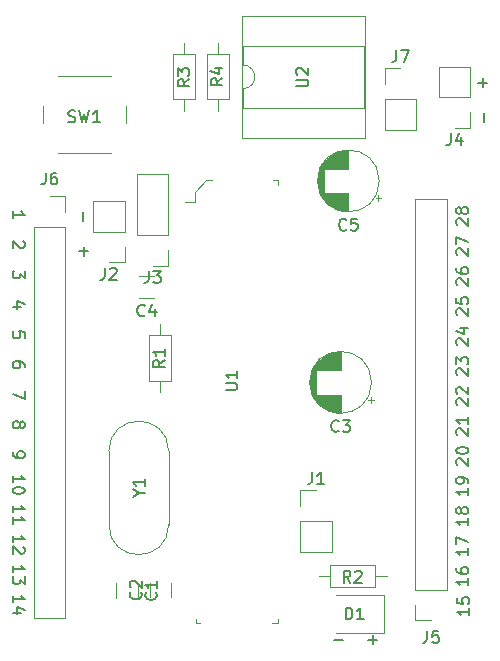
<source format=gbr>
%TF.GenerationSoftware,KiCad,Pcbnew,(5.1.6-0-10_14)*%
%TF.CreationDate,2020-09-11T17:53:59-04:00*%
%TF.ProjectId,bare_atmega328,62617265-5f61-4746-9d65-67613332382e,rev?*%
%TF.SameCoordinates,Original*%
%TF.FileFunction,Legend,Top*%
%TF.FilePolarity,Positive*%
%FSLAX46Y46*%
G04 Gerber Fmt 4.6, Leading zero omitted, Abs format (unit mm)*
G04 Created by KiCad (PCBNEW (5.1.6-0-10_14)) date 2020-09-11 17:53:59*
%MOMM*%
%LPD*%
G01*
G04 APERTURE LIST*
%ADD10C,0.150000*%
%ADD11C,0.120000*%
%ADD12C,0.100000*%
G04 APERTURE END LIST*
D10*
X156763767Y-109657188D02*
X157525672Y-109657188D01*
X159669527Y-109657188D02*
X160431432Y-109657188D01*
X160050480Y-110038140D02*
X160050480Y-109276236D01*
X135542328Y-74233992D02*
X135542328Y-73472087D01*
X135204247Y-76738788D02*
X135966152Y-76738788D01*
X135585200Y-77119740D02*
X135585200Y-76357836D01*
X129595619Y-103949523D02*
X129595619Y-103378095D01*
X129595619Y-103663809D02*
X130595619Y-103663809D01*
X130452761Y-103568571D01*
X130357523Y-103473333D01*
X130309904Y-103378095D01*
X130595619Y-104282857D02*
X130595619Y-104901904D01*
X130214666Y-104568571D01*
X130214666Y-104711428D01*
X130167047Y-104806666D01*
X130119428Y-104854285D01*
X130024190Y-104901904D01*
X129786095Y-104901904D01*
X129690857Y-104854285D01*
X129643238Y-104806666D01*
X129595619Y-104711428D01*
X129595619Y-104425714D01*
X129643238Y-104330476D01*
X129690857Y-104282857D01*
X129595619Y-101409523D02*
X129595619Y-100838095D01*
X129595619Y-101123809D02*
X130595619Y-101123809D01*
X130452761Y-101028571D01*
X130357523Y-100933333D01*
X130309904Y-100838095D01*
X130500380Y-101790476D02*
X130548000Y-101838095D01*
X130595619Y-101933333D01*
X130595619Y-102171428D01*
X130548000Y-102266666D01*
X130500380Y-102314285D01*
X130405142Y-102361904D01*
X130309904Y-102361904D01*
X130167047Y-102314285D01*
X129595619Y-101742857D01*
X129595619Y-102361904D01*
X129595619Y-98869523D02*
X129595619Y-98298095D01*
X129595619Y-98583809D02*
X130595619Y-98583809D01*
X130452761Y-98488571D01*
X130357523Y-98393333D01*
X130309904Y-98298095D01*
X129595619Y-99821904D02*
X129595619Y-99250476D01*
X129595619Y-99536190D02*
X130595619Y-99536190D01*
X130452761Y-99440952D01*
X130357523Y-99345714D01*
X130309904Y-99250476D01*
X129595619Y-96329523D02*
X129595619Y-95758095D01*
X129595619Y-96043809D02*
X130595619Y-96043809D01*
X130452761Y-95948571D01*
X130357523Y-95853333D01*
X130309904Y-95758095D01*
X130595619Y-96948571D02*
X130595619Y-97043809D01*
X130548000Y-97139047D01*
X130500380Y-97186666D01*
X130405142Y-97234285D01*
X130214666Y-97281904D01*
X129976571Y-97281904D01*
X129786095Y-97234285D01*
X129690857Y-97186666D01*
X129643238Y-97139047D01*
X129595619Y-97043809D01*
X129595619Y-96948571D01*
X129643238Y-96853333D01*
X129690857Y-96805714D01*
X129786095Y-96758095D01*
X129976571Y-96710476D01*
X130214666Y-96710476D01*
X130405142Y-96758095D01*
X130500380Y-96805714D01*
X130548000Y-96853333D01*
X130595619Y-96948571D01*
X129595619Y-93789523D02*
X129595619Y-93980000D01*
X129643238Y-94075238D01*
X129690857Y-94122857D01*
X129833714Y-94218095D01*
X130024190Y-94265714D01*
X130405142Y-94265714D01*
X130500380Y-94218095D01*
X130548000Y-94170476D01*
X130595619Y-94075238D01*
X130595619Y-93884761D01*
X130548000Y-93789523D01*
X130500380Y-93741904D01*
X130405142Y-93694285D01*
X130167047Y-93694285D01*
X130071809Y-93741904D01*
X130024190Y-93789523D01*
X129976571Y-93884761D01*
X129976571Y-94075238D01*
X130024190Y-94170476D01*
X130071809Y-94218095D01*
X130167047Y-94265714D01*
X130167047Y-91344761D02*
X130214666Y-91249523D01*
X130262285Y-91201904D01*
X130357523Y-91154285D01*
X130405142Y-91154285D01*
X130500380Y-91201904D01*
X130548000Y-91249523D01*
X130595619Y-91344761D01*
X130595619Y-91535238D01*
X130548000Y-91630476D01*
X130500380Y-91678095D01*
X130405142Y-91725714D01*
X130357523Y-91725714D01*
X130262285Y-91678095D01*
X130214666Y-91630476D01*
X130167047Y-91535238D01*
X130167047Y-91344761D01*
X130119428Y-91249523D01*
X130071809Y-91201904D01*
X129976571Y-91154285D01*
X129786095Y-91154285D01*
X129690857Y-91201904D01*
X129643238Y-91249523D01*
X129595619Y-91344761D01*
X129595619Y-91535238D01*
X129643238Y-91630476D01*
X129690857Y-91678095D01*
X129786095Y-91725714D01*
X129976571Y-91725714D01*
X130071809Y-91678095D01*
X130119428Y-91630476D01*
X130167047Y-91535238D01*
X130595619Y-88566666D02*
X130595619Y-89233333D01*
X129595619Y-88804761D01*
X130595619Y-86550476D02*
X130595619Y-86360000D01*
X130548000Y-86264761D01*
X130500380Y-86217142D01*
X130357523Y-86121904D01*
X130167047Y-86074285D01*
X129786095Y-86074285D01*
X129690857Y-86121904D01*
X129643238Y-86169523D01*
X129595619Y-86264761D01*
X129595619Y-86455238D01*
X129643238Y-86550476D01*
X129690857Y-86598095D01*
X129786095Y-86645714D01*
X130024190Y-86645714D01*
X130119428Y-86598095D01*
X130167047Y-86550476D01*
X130214666Y-86455238D01*
X130214666Y-86264761D01*
X130167047Y-86169523D01*
X130119428Y-86121904D01*
X130024190Y-86074285D01*
X130595619Y-84058095D02*
X130595619Y-83581904D01*
X130119428Y-83534285D01*
X130167047Y-83581904D01*
X130214666Y-83677142D01*
X130214666Y-83915238D01*
X130167047Y-84010476D01*
X130119428Y-84058095D01*
X130024190Y-84105714D01*
X129786095Y-84105714D01*
X129690857Y-84058095D01*
X129643238Y-84010476D01*
X129595619Y-83915238D01*
X129595619Y-83677142D01*
X129643238Y-83581904D01*
X129690857Y-83534285D01*
X130262285Y-81470476D02*
X129595619Y-81470476D01*
X130643238Y-81232380D02*
X129928952Y-80994285D01*
X129928952Y-81613333D01*
X130595619Y-78406666D02*
X130595619Y-79025714D01*
X130214666Y-78692380D01*
X130214666Y-78835238D01*
X130167047Y-78930476D01*
X130119428Y-78978095D01*
X130024190Y-79025714D01*
X129786095Y-79025714D01*
X129690857Y-78978095D01*
X129643238Y-78930476D01*
X129595619Y-78835238D01*
X129595619Y-78549523D01*
X129643238Y-78454285D01*
X129690857Y-78406666D01*
X130500380Y-75914285D02*
X130548000Y-75961904D01*
X130595619Y-76057142D01*
X130595619Y-76295238D01*
X130548000Y-76390476D01*
X130500380Y-76438095D01*
X130405142Y-76485714D01*
X130309904Y-76485714D01*
X130167047Y-76438095D01*
X129595619Y-75866666D01*
X129595619Y-76485714D01*
X129595619Y-73945714D02*
X129595619Y-73374285D01*
X129595619Y-73660000D02*
X130595619Y-73660000D01*
X130452761Y-73564761D01*
X130357523Y-73469523D01*
X130309904Y-73374285D01*
X167240959Y-74541284D02*
X167193340Y-74493665D01*
X167145720Y-74398427D01*
X167145720Y-74160332D01*
X167193340Y-74065094D01*
X167240959Y-74017475D01*
X167336197Y-73969856D01*
X167431435Y-73969856D01*
X167574292Y-74017475D01*
X168145720Y-74588903D01*
X168145720Y-73969856D01*
X167574292Y-73398427D02*
X167526673Y-73493665D01*
X167479054Y-73541284D01*
X167383816Y-73588903D01*
X167336197Y-73588903D01*
X167240959Y-73541284D01*
X167193340Y-73493665D01*
X167145720Y-73398427D01*
X167145720Y-73207951D01*
X167193340Y-73112713D01*
X167240959Y-73065094D01*
X167336197Y-73017475D01*
X167383816Y-73017475D01*
X167479054Y-73065094D01*
X167526673Y-73112713D01*
X167574292Y-73207951D01*
X167574292Y-73398427D01*
X167621911Y-73493665D01*
X167669530Y-73541284D01*
X167764768Y-73588903D01*
X167955244Y-73588903D01*
X168050482Y-73541284D01*
X168098101Y-73493665D01*
X168145720Y-73398427D01*
X168145720Y-73207951D01*
X168098101Y-73112713D01*
X168050482Y-73065094D01*
X167955244Y-73017475D01*
X167764768Y-73017475D01*
X167669530Y-73065094D01*
X167621911Y-73112713D01*
X167574292Y-73207951D01*
X167240959Y-77081284D02*
X167193340Y-77033665D01*
X167145720Y-76938427D01*
X167145720Y-76700332D01*
X167193340Y-76605094D01*
X167240959Y-76557475D01*
X167336197Y-76509856D01*
X167431435Y-76509856D01*
X167574292Y-76557475D01*
X168145720Y-77128903D01*
X168145720Y-76509856D01*
X167145720Y-76176522D02*
X167145720Y-75509856D01*
X168145720Y-75938427D01*
X167240959Y-79621284D02*
X167193340Y-79573665D01*
X167145720Y-79478427D01*
X167145720Y-79240332D01*
X167193340Y-79145094D01*
X167240959Y-79097475D01*
X167336197Y-79049856D01*
X167431435Y-79049856D01*
X167574292Y-79097475D01*
X168145720Y-79668903D01*
X168145720Y-79049856D01*
X167145720Y-78192713D02*
X167145720Y-78383189D01*
X167193340Y-78478427D01*
X167240959Y-78526046D01*
X167383816Y-78621284D01*
X167574292Y-78668903D01*
X167955244Y-78668903D01*
X168050482Y-78621284D01*
X168098101Y-78573665D01*
X168145720Y-78478427D01*
X168145720Y-78287951D01*
X168098101Y-78192713D01*
X168050482Y-78145094D01*
X167955244Y-78097475D01*
X167717149Y-78097475D01*
X167621911Y-78145094D01*
X167574292Y-78192713D01*
X167526673Y-78287951D01*
X167526673Y-78478427D01*
X167574292Y-78573665D01*
X167621911Y-78621284D01*
X167717149Y-78668903D01*
X167240959Y-82161284D02*
X167193340Y-82113665D01*
X167145720Y-82018427D01*
X167145720Y-81780332D01*
X167193340Y-81685094D01*
X167240959Y-81637475D01*
X167336197Y-81589856D01*
X167431435Y-81589856D01*
X167574292Y-81637475D01*
X168145720Y-82208903D01*
X168145720Y-81589856D01*
X167145720Y-80685094D02*
X167145720Y-81161284D01*
X167621911Y-81208903D01*
X167574292Y-81161284D01*
X167526673Y-81066046D01*
X167526673Y-80827951D01*
X167574292Y-80732713D01*
X167621911Y-80685094D01*
X167717149Y-80637475D01*
X167955244Y-80637475D01*
X168050482Y-80685094D01*
X168098101Y-80732713D01*
X168145720Y-80827951D01*
X168145720Y-81066046D01*
X168098101Y-81161284D01*
X168050482Y-81208903D01*
X167240959Y-84701284D02*
X167193340Y-84653665D01*
X167145720Y-84558427D01*
X167145720Y-84320332D01*
X167193340Y-84225094D01*
X167240959Y-84177475D01*
X167336197Y-84129856D01*
X167431435Y-84129856D01*
X167574292Y-84177475D01*
X168145720Y-84748903D01*
X168145720Y-84129856D01*
X167479054Y-83272713D02*
X168145720Y-83272713D01*
X167098101Y-83510808D02*
X167812387Y-83748903D01*
X167812387Y-83129856D01*
X167240959Y-87241284D02*
X167193340Y-87193665D01*
X167145720Y-87098427D01*
X167145720Y-86860332D01*
X167193340Y-86765094D01*
X167240959Y-86717475D01*
X167336197Y-86669856D01*
X167431435Y-86669856D01*
X167574292Y-86717475D01*
X168145720Y-87288903D01*
X168145720Y-86669856D01*
X167145720Y-86336522D02*
X167145720Y-85717475D01*
X167526673Y-86050808D01*
X167526673Y-85907951D01*
X167574292Y-85812713D01*
X167621911Y-85765094D01*
X167717149Y-85717475D01*
X167955244Y-85717475D01*
X168050482Y-85765094D01*
X168098101Y-85812713D01*
X168145720Y-85907951D01*
X168145720Y-86193665D01*
X168098101Y-86288903D01*
X168050482Y-86336522D01*
X167240959Y-89781284D02*
X167193340Y-89733665D01*
X167145720Y-89638427D01*
X167145720Y-89400332D01*
X167193340Y-89305094D01*
X167240959Y-89257475D01*
X167336197Y-89209856D01*
X167431435Y-89209856D01*
X167574292Y-89257475D01*
X168145720Y-89828903D01*
X168145720Y-89209856D01*
X167240959Y-88828903D02*
X167193340Y-88781284D01*
X167145720Y-88686046D01*
X167145720Y-88447951D01*
X167193340Y-88352713D01*
X167240959Y-88305094D01*
X167336197Y-88257475D01*
X167431435Y-88257475D01*
X167574292Y-88305094D01*
X168145720Y-88876522D01*
X168145720Y-88257475D01*
X167240959Y-92321284D02*
X167193340Y-92273665D01*
X167145720Y-92178427D01*
X167145720Y-91940332D01*
X167193340Y-91845094D01*
X167240959Y-91797475D01*
X167336197Y-91749856D01*
X167431435Y-91749856D01*
X167574292Y-91797475D01*
X168145720Y-92368903D01*
X168145720Y-91749856D01*
X168145720Y-90797475D02*
X168145720Y-91368903D01*
X168145720Y-91083189D02*
X167145720Y-91083189D01*
X167288578Y-91178427D01*
X167383816Y-91273665D01*
X167431435Y-91368903D01*
X167240959Y-94861284D02*
X167193340Y-94813665D01*
X167145720Y-94718427D01*
X167145720Y-94480332D01*
X167193340Y-94385094D01*
X167240959Y-94337475D01*
X167336197Y-94289856D01*
X167431435Y-94289856D01*
X167574292Y-94337475D01*
X168145720Y-94908903D01*
X168145720Y-94289856D01*
X167145720Y-93670808D02*
X167145720Y-93575570D01*
X167193340Y-93480332D01*
X167240959Y-93432713D01*
X167336197Y-93385094D01*
X167526673Y-93337475D01*
X167764768Y-93337475D01*
X167955244Y-93385094D01*
X168050482Y-93432713D01*
X168098101Y-93480332D01*
X168145720Y-93575570D01*
X168145720Y-93670808D01*
X168098101Y-93766046D01*
X168050482Y-93813665D01*
X167955244Y-93861284D01*
X167764768Y-93908903D01*
X167526673Y-93908903D01*
X167336197Y-93861284D01*
X167240959Y-93813665D01*
X167193340Y-93766046D01*
X167145720Y-93670808D01*
X168145720Y-96829856D02*
X168145720Y-97401284D01*
X168145720Y-97115570D02*
X167145720Y-97115570D01*
X167288578Y-97210808D01*
X167383816Y-97306046D01*
X167431435Y-97401284D01*
X168145720Y-96353665D02*
X168145720Y-96163189D01*
X168098101Y-96067951D01*
X168050482Y-96020332D01*
X167907625Y-95925094D01*
X167717149Y-95877475D01*
X167336197Y-95877475D01*
X167240959Y-95925094D01*
X167193340Y-95972713D01*
X167145720Y-96067951D01*
X167145720Y-96258427D01*
X167193340Y-96353665D01*
X167240959Y-96401284D01*
X167336197Y-96448903D01*
X167574292Y-96448903D01*
X167669530Y-96401284D01*
X167717149Y-96353665D01*
X167764768Y-96258427D01*
X167764768Y-96067951D01*
X167717149Y-95972713D01*
X167669530Y-95925094D01*
X167574292Y-95877475D01*
X168145720Y-99369856D02*
X168145720Y-99941284D01*
X168145720Y-99655570D02*
X167145720Y-99655570D01*
X167288578Y-99750808D01*
X167383816Y-99846046D01*
X167431435Y-99941284D01*
X167574292Y-98798427D02*
X167526673Y-98893665D01*
X167479054Y-98941284D01*
X167383816Y-98988903D01*
X167336197Y-98988903D01*
X167240959Y-98941284D01*
X167193340Y-98893665D01*
X167145720Y-98798427D01*
X167145720Y-98607951D01*
X167193340Y-98512713D01*
X167240959Y-98465094D01*
X167336197Y-98417475D01*
X167383816Y-98417475D01*
X167479054Y-98465094D01*
X167526673Y-98512713D01*
X167574292Y-98607951D01*
X167574292Y-98798427D01*
X167621911Y-98893665D01*
X167669530Y-98941284D01*
X167764768Y-98988903D01*
X167955244Y-98988903D01*
X168050482Y-98941284D01*
X168098101Y-98893665D01*
X168145720Y-98798427D01*
X168145720Y-98607951D01*
X168098101Y-98512713D01*
X168050482Y-98465094D01*
X167955244Y-98417475D01*
X167764768Y-98417475D01*
X167669530Y-98465094D01*
X167621911Y-98512713D01*
X167574292Y-98607951D01*
X168145720Y-101909856D02*
X168145720Y-102481284D01*
X168145720Y-102195570D02*
X167145720Y-102195570D01*
X167288578Y-102290808D01*
X167383816Y-102386046D01*
X167431435Y-102481284D01*
X167145720Y-101576522D02*
X167145720Y-100909856D01*
X168145720Y-101338427D01*
X168145720Y-104449856D02*
X168145720Y-105021284D01*
X168145720Y-104735570D02*
X167145720Y-104735570D01*
X167288578Y-104830808D01*
X167383816Y-104926046D01*
X167431435Y-105021284D01*
X167145720Y-103592713D02*
X167145720Y-103783189D01*
X167193340Y-103878427D01*
X167240959Y-103926046D01*
X167383816Y-104021284D01*
X167574292Y-104068903D01*
X167955244Y-104068903D01*
X168050482Y-104021284D01*
X168098101Y-103973665D01*
X168145720Y-103878427D01*
X168145720Y-103687951D01*
X168098101Y-103592713D01*
X168050482Y-103545094D01*
X167955244Y-103497475D01*
X167717149Y-103497475D01*
X167621911Y-103545094D01*
X167574292Y-103592713D01*
X167526673Y-103687951D01*
X167526673Y-103878427D01*
X167574292Y-103973665D01*
X167621911Y-104021284D01*
X167717149Y-104068903D01*
X168242240Y-106989856D02*
X168242240Y-107561284D01*
X168242240Y-107275570D02*
X167242240Y-107275570D01*
X167385098Y-107370808D01*
X167480336Y-107466046D01*
X167527955Y-107561284D01*
X167242240Y-106085094D02*
X167242240Y-106561284D01*
X167718431Y-106608903D01*
X167670812Y-106561284D01*
X167623193Y-106466046D01*
X167623193Y-106227951D01*
X167670812Y-106132713D01*
X167718431Y-106085094D01*
X167813669Y-106037475D01*
X168051764Y-106037475D01*
X168147002Y-106085094D01*
X168194621Y-106132713D01*
X168242240Y-106227951D01*
X168242240Y-106466046D01*
X168194621Y-106561284D01*
X168147002Y-106608903D01*
X129595619Y-106489523D02*
X129595619Y-105918095D01*
X129595619Y-106203809D02*
X130595619Y-106203809D01*
X130452761Y-106108571D01*
X130357523Y-106013333D01*
X130309904Y-105918095D01*
X130262285Y-107346666D02*
X129595619Y-107346666D01*
X130643238Y-107108571D02*
X129928952Y-106870476D01*
X129928952Y-107489523D01*
X169471428Y-65780952D02*
X169471428Y-65019047D01*
X169019047Y-62471428D02*
X169780952Y-62471428D01*
X169400000Y-62852380D02*
X169400000Y-62090476D01*
D11*
%TO.C,U2*%
X149010000Y-56850000D02*
X149010000Y-67130000D01*
X159410000Y-56850000D02*
X149010000Y-56850000D01*
X159410000Y-67130000D02*
X159410000Y-56850000D01*
X149010000Y-67130000D02*
X159410000Y-67130000D01*
X149070000Y-59340000D02*
X149070000Y-60990000D01*
X159350000Y-59340000D02*
X149070000Y-59340000D01*
X159350000Y-64640000D02*
X159350000Y-59340000D01*
X149070000Y-64640000D02*
X159350000Y-64640000D01*
X149070000Y-62990000D02*
X149070000Y-64640000D01*
X149070000Y-60990000D02*
G75*
G02*
X149070000Y-62990000I0J-1000000D01*
G01*
%TO.C,R4*%
X146950900Y-64852160D02*
X146950900Y-63902160D01*
X146950900Y-59112160D02*
X146950900Y-60062160D01*
X147870900Y-63902160D02*
X147870900Y-60062160D01*
X146030900Y-63902160D02*
X147870900Y-63902160D01*
X146030900Y-60062160D02*
X146030900Y-63902160D01*
X147870900Y-60062160D02*
X146030900Y-60062160D01*
%TO.C,J7*%
X161070000Y-61270000D02*
X162400000Y-61270000D01*
X161070000Y-62600000D02*
X161070000Y-61270000D01*
X161070000Y-63870000D02*
X163730000Y-63870000D01*
X163730000Y-63870000D02*
X163730000Y-66470000D01*
X161070000Y-63870000D02*
X161070000Y-66470000D01*
X161070000Y-66470000D02*
X163730000Y-66470000D01*
%TO.C,R3*%
X144098480Y-64852160D02*
X144098480Y-63902160D01*
X144098480Y-59112160D02*
X144098480Y-60062160D01*
X145018480Y-63902160D02*
X145018480Y-60062160D01*
X143178480Y-63902160D02*
X145018480Y-63902160D01*
X143178480Y-60062160D02*
X143178480Y-63902160D01*
X145018480Y-60062160D02*
X143178480Y-60062160D01*
%TO.C,C5*%
X160554775Y-72525000D02*
X160554775Y-72025000D01*
X160804775Y-72275000D02*
X160304775Y-72275000D01*
X155399000Y-71084000D02*
X155399000Y-70516000D01*
X155439000Y-71318000D02*
X155439000Y-70282000D01*
X155479000Y-71477000D02*
X155479000Y-70123000D01*
X155519000Y-71605000D02*
X155519000Y-69995000D01*
X155559000Y-71715000D02*
X155559000Y-69885000D01*
X155599000Y-71811000D02*
X155599000Y-69789000D01*
X155639000Y-71898000D02*
X155639000Y-69702000D01*
X155679000Y-71978000D02*
X155679000Y-69622000D01*
X155719000Y-72051000D02*
X155719000Y-69549000D01*
X155759000Y-72119000D02*
X155759000Y-69481000D01*
X155799000Y-72183000D02*
X155799000Y-69417000D01*
X155839000Y-72243000D02*
X155839000Y-69357000D01*
X155879000Y-72300000D02*
X155879000Y-69300000D01*
X155919000Y-72354000D02*
X155919000Y-69246000D01*
X155959000Y-72405000D02*
X155959000Y-69195000D01*
X155999000Y-69760000D02*
X155999000Y-69147000D01*
X155999000Y-72453000D02*
X155999000Y-71840000D01*
X156039000Y-69760000D02*
X156039000Y-69101000D01*
X156039000Y-72499000D02*
X156039000Y-71840000D01*
X156079000Y-69760000D02*
X156079000Y-69057000D01*
X156079000Y-72543000D02*
X156079000Y-71840000D01*
X156119000Y-69760000D02*
X156119000Y-69015000D01*
X156119000Y-72585000D02*
X156119000Y-71840000D01*
X156159000Y-69760000D02*
X156159000Y-68974000D01*
X156159000Y-72626000D02*
X156159000Y-71840000D01*
X156199000Y-69760000D02*
X156199000Y-68936000D01*
X156199000Y-72664000D02*
X156199000Y-71840000D01*
X156239000Y-69760000D02*
X156239000Y-68899000D01*
X156239000Y-72701000D02*
X156239000Y-71840000D01*
X156279000Y-69760000D02*
X156279000Y-68863000D01*
X156279000Y-72737000D02*
X156279000Y-71840000D01*
X156319000Y-69760000D02*
X156319000Y-68829000D01*
X156319000Y-72771000D02*
X156319000Y-71840000D01*
X156359000Y-69760000D02*
X156359000Y-68796000D01*
X156359000Y-72804000D02*
X156359000Y-71840000D01*
X156399000Y-69760000D02*
X156399000Y-68765000D01*
X156399000Y-72835000D02*
X156399000Y-71840000D01*
X156439000Y-69760000D02*
X156439000Y-68735000D01*
X156439000Y-72865000D02*
X156439000Y-71840000D01*
X156479000Y-69760000D02*
X156479000Y-68705000D01*
X156479000Y-72895000D02*
X156479000Y-71840000D01*
X156519000Y-69760000D02*
X156519000Y-68678000D01*
X156519000Y-72922000D02*
X156519000Y-71840000D01*
X156559000Y-69760000D02*
X156559000Y-68651000D01*
X156559000Y-72949000D02*
X156559000Y-71840000D01*
X156599000Y-69760000D02*
X156599000Y-68625000D01*
X156599000Y-72975000D02*
X156599000Y-71840000D01*
X156639000Y-69760000D02*
X156639000Y-68600000D01*
X156639000Y-73000000D02*
X156639000Y-71840000D01*
X156679000Y-69760000D02*
X156679000Y-68576000D01*
X156679000Y-73024000D02*
X156679000Y-71840000D01*
X156719000Y-69760000D02*
X156719000Y-68553000D01*
X156719000Y-73047000D02*
X156719000Y-71840000D01*
X156759000Y-69760000D02*
X156759000Y-68532000D01*
X156759000Y-73068000D02*
X156759000Y-71840000D01*
X156799000Y-69760000D02*
X156799000Y-68510000D01*
X156799000Y-73090000D02*
X156799000Y-71840000D01*
X156839000Y-69760000D02*
X156839000Y-68490000D01*
X156839000Y-73110000D02*
X156839000Y-71840000D01*
X156879000Y-69760000D02*
X156879000Y-68471000D01*
X156879000Y-73129000D02*
X156879000Y-71840000D01*
X156919000Y-69760000D02*
X156919000Y-68452000D01*
X156919000Y-73148000D02*
X156919000Y-71840000D01*
X156959000Y-69760000D02*
X156959000Y-68435000D01*
X156959000Y-73165000D02*
X156959000Y-71840000D01*
X156999000Y-69760000D02*
X156999000Y-68418000D01*
X156999000Y-73182000D02*
X156999000Y-71840000D01*
X157039000Y-69760000D02*
X157039000Y-68402000D01*
X157039000Y-73198000D02*
X157039000Y-71840000D01*
X157079000Y-69760000D02*
X157079000Y-68386000D01*
X157079000Y-73214000D02*
X157079000Y-71840000D01*
X157119000Y-69760000D02*
X157119000Y-68372000D01*
X157119000Y-73228000D02*
X157119000Y-71840000D01*
X157159000Y-69760000D02*
X157159000Y-68358000D01*
X157159000Y-73242000D02*
X157159000Y-71840000D01*
X157199000Y-69760000D02*
X157199000Y-68345000D01*
X157199000Y-73255000D02*
X157199000Y-71840000D01*
X157239000Y-69760000D02*
X157239000Y-68332000D01*
X157239000Y-73268000D02*
X157239000Y-71840000D01*
X157279000Y-69760000D02*
X157279000Y-68320000D01*
X157279000Y-73280000D02*
X157279000Y-71840000D01*
X157320000Y-69760000D02*
X157320000Y-68309000D01*
X157320000Y-73291000D02*
X157320000Y-71840000D01*
X157360000Y-69760000D02*
X157360000Y-68299000D01*
X157360000Y-73301000D02*
X157360000Y-71840000D01*
X157400000Y-69760000D02*
X157400000Y-68289000D01*
X157400000Y-73311000D02*
X157400000Y-71840000D01*
X157440000Y-69760000D02*
X157440000Y-68280000D01*
X157440000Y-73320000D02*
X157440000Y-71840000D01*
X157480000Y-69760000D02*
X157480000Y-68272000D01*
X157480000Y-73328000D02*
X157480000Y-71840000D01*
X157520000Y-69760000D02*
X157520000Y-68264000D01*
X157520000Y-73336000D02*
X157520000Y-71840000D01*
X157560000Y-69760000D02*
X157560000Y-68257000D01*
X157560000Y-73343000D02*
X157560000Y-71840000D01*
X157600000Y-69760000D02*
X157600000Y-68250000D01*
X157600000Y-73350000D02*
X157600000Y-71840000D01*
X157640000Y-69760000D02*
X157640000Y-68244000D01*
X157640000Y-73356000D02*
X157640000Y-71840000D01*
X157680000Y-69760000D02*
X157680000Y-68239000D01*
X157680000Y-73361000D02*
X157680000Y-71840000D01*
X157720000Y-69760000D02*
X157720000Y-68235000D01*
X157720000Y-73365000D02*
X157720000Y-71840000D01*
X157760000Y-69760000D02*
X157760000Y-68231000D01*
X157760000Y-73369000D02*
X157760000Y-71840000D01*
X157800000Y-69760000D02*
X157800000Y-68227000D01*
X157800000Y-73373000D02*
X157800000Y-71840000D01*
X157840000Y-69760000D02*
X157840000Y-68224000D01*
X157840000Y-73376000D02*
X157840000Y-71840000D01*
X157880000Y-69760000D02*
X157880000Y-68222000D01*
X157880000Y-73378000D02*
X157880000Y-71840000D01*
X157920000Y-69760000D02*
X157920000Y-68221000D01*
X157920000Y-73379000D02*
X157920000Y-71840000D01*
X157960000Y-73380000D02*
X157960000Y-71840000D01*
X157960000Y-69760000D02*
X157960000Y-68220000D01*
X158000000Y-73380000D02*
X158000000Y-71840000D01*
X158000000Y-69760000D02*
X158000000Y-68220000D01*
X160620000Y-70800000D02*
G75*
G03*
X160620000Y-70800000I-2620000J0D01*
G01*
%TO.C,J5*%
X165000000Y-108010000D02*
X163670000Y-108010000D01*
X163670000Y-108010000D02*
X163670000Y-106680000D01*
X163670000Y-105410000D02*
X163670000Y-72330000D01*
X166330000Y-72330000D02*
X163670000Y-72330000D01*
X166330000Y-105410000D02*
X166330000Y-72330000D01*
X166330000Y-105410000D02*
X163670000Y-105410000D01*
%TO.C,J6*%
X132709920Y-72086160D02*
X134039920Y-72086160D01*
X134039920Y-72086160D02*
X134039920Y-73416160D01*
X134039920Y-74686160D02*
X134039920Y-107766160D01*
X131379920Y-107766160D02*
X134039920Y-107766160D01*
X131379920Y-74686160D02*
X131379920Y-107766160D01*
X131379920Y-74686160D02*
X134039920Y-74686160D01*
%TO.C,J3*%
X142769900Y-77971960D02*
X141439900Y-77971960D01*
X142769900Y-76641960D02*
X142769900Y-77971960D01*
X142769900Y-75371960D02*
X140109900Y-75371960D01*
X140109900Y-75371960D02*
X140109900Y-70231960D01*
X142769900Y-75371960D02*
X142769900Y-70231960D01*
X142769900Y-70231960D02*
X140109900Y-70231960D01*
%TO.C,J4*%
X168330000Y-66330000D02*
X167000000Y-66330000D01*
X168330000Y-65000000D02*
X168330000Y-66330000D01*
X168330000Y-63730000D02*
X165670000Y-63730000D01*
X165670000Y-63730000D02*
X165670000Y-61130000D01*
X168330000Y-63730000D02*
X168330000Y-61130000D01*
X168330000Y-61130000D02*
X165670000Y-61130000D01*
%TO.C,J2*%
X139058960Y-77695100D02*
X137728960Y-77695100D01*
X139058960Y-76365100D02*
X139058960Y-77695100D01*
X139058960Y-75095100D02*
X136398960Y-75095100D01*
X136398960Y-75095100D02*
X136398960Y-72495100D01*
X139058960Y-75095100D02*
X139058960Y-72495100D01*
X139058960Y-72495100D02*
X136398960Y-72495100D01*
%TO.C,J1*%
X153937660Y-97003560D02*
X155267660Y-97003560D01*
X153937660Y-98333560D02*
X153937660Y-97003560D01*
X153937660Y-99603560D02*
X156597660Y-99603560D01*
X156597660Y-99603560D02*
X156597660Y-102203560D01*
X153937660Y-99603560D02*
X153937660Y-102203560D01*
X153937660Y-102203560D02*
X156597660Y-102203560D01*
D12*
%TO.C,U1*%
X152060000Y-70760000D02*
X151660000Y-70760000D01*
X152060000Y-71160000D02*
X152060000Y-70760000D01*
X144980000Y-71760000D02*
X144980000Y-72560000D01*
X145980000Y-70760000D02*
X144980000Y-71760000D01*
X146480000Y-70760000D02*
X145980000Y-70760000D01*
X144980000Y-72560000D02*
X144180000Y-72560000D01*
X145080000Y-108250000D02*
X145480000Y-108250000D01*
X145080000Y-107850000D02*
X145080000Y-108250000D01*
X152080000Y-108250000D02*
X151580000Y-108250000D01*
X152080000Y-107850000D02*
X152080000Y-108250000D01*
D11*
%TO.C,SW1*%
X139167820Y-65918340D02*
X139167820Y-64418340D01*
X137917820Y-61918340D02*
X133417820Y-61918340D01*
X132167820Y-64418340D02*
X132167820Y-65918340D01*
X133417820Y-68418340D02*
X137917820Y-68418340D01*
%TO.C,C4*%
X141558040Y-78846160D02*
X140300040Y-78846160D01*
X141558040Y-80686160D02*
X140300040Y-80686160D01*
%TO.C,R2*%
X161244080Y-104272080D02*
X160294080Y-104272080D01*
X155504080Y-104272080D02*
X156454080Y-104272080D01*
X160294080Y-103352080D02*
X156454080Y-103352080D01*
X160294080Y-105192080D02*
X160294080Y-103352080D01*
X156454080Y-105192080D02*
X160294080Y-105192080D01*
X156454080Y-103352080D02*
X156454080Y-105192080D01*
%TO.C,D1*%
X161022980Y-105869700D02*
X156962980Y-105869700D01*
X161022980Y-109039700D02*
X161022980Y-105869700D01*
X156962980Y-109039700D02*
X161022980Y-109039700D01*
%TO.C,Y1*%
X137731260Y-93665680D02*
X137731260Y-99915680D01*
X142781260Y-93665680D02*
X142781260Y-99915680D01*
X137731260Y-99915680D02*
G75*
G03*
X142781260Y-99915680I2525000J0D01*
G01*
X137731260Y-93665680D02*
G75*
G02*
X142781260Y-93665680I2525000J0D01*
G01*
%TO.C,R1*%
X142062200Y-82931200D02*
X142062200Y-83881200D01*
X142062200Y-88671200D02*
X142062200Y-87721200D01*
X141142200Y-83881200D02*
X141142200Y-87721200D01*
X142982200Y-83881200D02*
X141142200Y-83881200D01*
X142982200Y-87721200D02*
X142982200Y-83881200D01*
X141142200Y-87721200D02*
X142982200Y-87721200D01*
%TO.C,C3*%
X159898375Y-89583600D02*
X159898375Y-89083600D01*
X160148375Y-89333600D02*
X159648375Y-89333600D01*
X154742600Y-88142600D02*
X154742600Y-87574600D01*
X154782600Y-88376600D02*
X154782600Y-87340600D01*
X154822600Y-88535600D02*
X154822600Y-87181600D01*
X154862600Y-88663600D02*
X154862600Y-87053600D01*
X154902600Y-88773600D02*
X154902600Y-86943600D01*
X154942600Y-88869600D02*
X154942600Y-86847600D01*
X154982600Y-88956600D02*
X154982600Y-86760600D01*
X155022600Y-89036600D02*
X155022600Y-86680600D01*
X155062600Y-89109600D02*
X155062600Y-86607600D01*
X155102600Y-89177600D02*
X155102600Y-86539600D01*
X155142600Y-89241600D02*
X155142600Y-86475600D01*
X155182600Y-89301600D02*
X155182600Y-86415600D01*
X155222600Y-89358600D02*
X155222600Y-86358600D01*
X155262600Y-89412600D02*
X155262600Y-86304600D01*
X155302600Y-89463600D02*
X155302600Y-86253600D01*
X155342600Y-86818600D02*
X155342600Y-86205600D01*
X155342600Y-89511600D02*
X155342600Y-88898600D01*
X155382600Y-86818600D02*
X155382600Y-86159600D01*
X155382600Y-89557600D02*
X155382600Y-88898600D01*
X155422600Y-86818600D02*
X155422600Y-86115600D01*
X155422600Y-89601600D02*
X155422600Y-88898600D01*
X155462600Y-86818600D02*
X155462600Y-86073600D01*
X155462600Y-89643600D02*
X155462600Y-88898600D01*
X155502600Y-86818600D02*
X155502600Y-86032600D01*
X155502600Y-89684600D02*
X155502600Y-88898600D01*
X155542600Y-86818600D02*
X155542600Y-85994600D01*
X155542600Y-89722600D02*
X155542600Y-88898600D01*
X155582600Y-86818600D02*
X155582600Y-85957600D01*
X155582600Y-89759600D02*
X155582600Y-88898600D01*
X155622600Y-86818600D02*
X155622600Y-85921600D01*
X155622600Y-89795600D02*
X155622600Y-88898600D01*
X155662600Y-86818600D02*
X155662600Y-85887600D01*
X155662600Y-89829600D02*
X155662600Y-88898600D01*
X155702600Y-86818600D02*
X155702600Y-85854600D01*
X155702600Y-89862600D02*
X155702600Y-88898600D01*
X155742600Y-86818600D02*
X155742600Y-85823600D01*
X155742600Y-89893600D02*
X155742600Y-88898600D01*
X155782600Y-86818600D02*
X155782600Y-85793600D01*
X155782600Y-89923600D02*
X155782600Y-88898600D01*
X155822600Y-86818600D02*
X155822600Y-85763600D01*
X155822600Y-89953600D02*
X155822600Y-88898600D01*
X155862600Y-86818600D02*
X155862600Y-85736600D01*
X155862600Y-89980600D02*
X155862600Y-88898600D01*
X155902600Y-86818600D02*
X155902600Y-85709600D01*
X155902600Y-90007600D02*
X155902600Y-88898600D01*
X155942600Y-86818600D02*
X155942600Y-85683600D01*
X155942600Y-90033600D02*
X155942600Y-88898600D01*
X155982600Y-86818600D02*
X155982600Y-85658600D01*
X155982600Y-90058600D02*
X155982600Y-88898600D01*
X156022600Y-86818600D02*
X156022600Y-85634600D01*
X156022600Y-90082600D02*
X156022600Y-88898600D01*
X156062600Y-86818600D02*
X156062600Y-85611600D01*
X156062600Y-90105600D02*
X156062600Y-88898600D01*
X156102600Y-86818600D02*
X156102600Y-85590600D01*
X156102600Y-90126600D02*
X156102600Y-88898600D01*
X156142600Y-86818600D02*
X156142600Y-85568600D01*
X156142600Y-90148600D02*
X156142600Y-88898600D01*
X156182600Y-86818600D02*
X156182600Y-85548600D01*
X156182600Y-90168600D02*
X156182600Y-88898600D01*
X156222600Y-86818600D02*
X156222600Y-85529600D01*
X156222600Y-90187600D02*
X156222600Y-88898600D01*
X156262600Y-86818600D02*
X156262600Y-85510600D01*
X156262600Y-90206600D02*
X156262600Y-88898600D01*
X156302600Y-86818600D02*
X156302600Y-85493600D01*
X156302600Y-90223600D02*
X156302600Y-88898600D01*
X156342600Y-86818600D02*
X156342600Y-85476600D01*
X156342600Y-90240600D02*
X156342600Y-88898600D01*
X156382600Y-86818600D02*
X156382600Y-85460600D01*
X156382600Y-90256600D02*
X156382600Y-88898600D01*
X156422600Y-86818600D02*
X156422600Y-85444600D01*
X156422600Y-90272600D02*
X156422600Y-88898600D01*
X156462600Y-86818600D02*
X156462600Y-85430600D01*
X156462600Y-90286600D02*
X156462600Y-88898600D01*
X156502600Y-86818600D02*
X156502600Y-85416600D01*
X156502600Y-90300600D02*
X156502600Y-88898600D01*
X156542600Y-86818600D02*
X156542600Y-85403600D01*
X156542600Y-90313600D02*
X156542600Y-88898600D01*
X156582600Y-86818600D02*
X156582600Y-85390600D01*
X156582600Y-90326600D02*
X156582600Y-88898600D01*
X156622600Y-86818600D02*
X156622600Y-85378600D01*
X156622600Y-90338600D02*
X156622600Y-88898600D01*
X156663600Y-86818600D02*
X156663600Y-85367600D01*
X156663600Y-90349600D02*
X156663600Y-88898600D01*
X156703600Y-86818600D02*
X156703600Y-85357600D01*
X156703600Y-90359600D02*
X156703600Y-88898600D01*
X156743600Y-86818600D02*
X156743600Y-85347600D01*
X156743600Y-90369600D02*
X156743600Y-88898600D01*
X156783600Y-86818600D02*
X156783600Y-85338600D01*
X156783600Y-90378600D02*
X156783600Y-88898600D01*
X156823600Y-86818600D02*
X156823600Y-85330600D01*
X156823600Y-90386600D02*
X156823600Y-88898600D01*
X156863600Y-86818600D02*
X156863600Y-85322600D01*
X156863600Y-90394600D02*
X156863600Y-88898600D01*
X156903600Y-86818600D02*
X156903600Y-85315600D01*
X156903600Y-90401600D02*
X156903600Y-88898600D01*
X156943600Y-86818600D02*
X156943600Y-85308600D01*
X156943600Y-90408600D02*
X156943600Y-88898600D01*
X156983600Y-86818600D02*
X156983600Y-85302600D01*
X156983600Y-90414600D02*
X156983600Y-88898600D01*
X157023600Y-86818600D02*
X157023600Y-85297600D01*
X157023600Y-90419600D02*
X157023600Y-88898600D01*
X157063600Y-86818600D02*
X157063600Y-85293600D01*
X157063600Y-90423600D02*
X157063600Y-88898600D01*
X157103600Y-86818600D02*
X157103600Y-85289600D01*
X157103600Y-90427600D02*
X157103600Y-88898600D01*
X157143600Y-86818600D02*
X157143600Y-85285600D01*
X157143600Y-90431600D02*
X157143600Y-88898600D01*
X157183600Y-86818600D02*
X157183600Y-85282600D01*
X157183600Y-90434600D02*
X157183600Y-88898600D01*
X157223600Y-86818600D02*
X157223600Y-85280600D01*
X157223600Y-90436600D02*
X157223600Y-88898600D01*
X157263600Y-86818600D02*
X157263600Y-85279600D01*
X157263600Y-90437600D02*
X157263600Y-88898600D01*
X157303600Y-90438600D02*
X157303600Y-88898600D01*
X157303600Y-86818600D02*
X157303600Y-85278600D01*
X157343600Y-90438600D02*
X157343600Y-88898600D01*
X157343600Y-86818600D02*
X157343600Y-85278600D01*
X159963600Y-87858600D02*
G75*
G03*
X159963600Y-87858600I-2620000J0D01*
G01*
%TO.C,C2*%
X143027920Y-106066620D02*
X143027920Y-104808620D01*
X141187920Y-106066620D02*
X141187920Y-104808620D01*
%TO.C,C1*%
X138371060Y-104842280D02*
X138371060Y-106100280D01*
X140211060Y-104842280D02*
X140211060Y-106100280D01*
%TO.C,U2*%
D10*
X153596340Y-62800164D02*
X154405864Y-62800164D01*
X154501102Y-62752545D01*
X154548721Y-62704926D01*
X154596340Y-62609688D01*
X154596340Y-62419212D01*
X154548721Y-62323974D01*
X154501102Y-62276355D01*
X154405864Y-62228736D01*
X153596340Y-62228736D01*
X153691579Y-61800164D02*
X153643960Y-61752545D01*
X153596340Y-61657307D01*
X153596340Y-61419212D01*
X153643960Y-61323974D01*
X153691579Y-61276355D01*
X153786817Y-61228736D01*
X153882055Y-61228736D01*
X154024912Y-61276355D01*
X154596340Y-61847783D01*
X154596340Y-61228736D01*
%TO.C,R4*%
X147347400Y-62128506D02*
X146871210Y-62461840D01*
X147347400Y-62699935D02*
X146347400Y-62699935D01*
X146347400Y-62318982D01*
X146395020Y-62223744D01*
X146442639Y-62176125D01*
X146537877Y-62128506D01*
X146680734Y-62128506D01*
X146775972Y-62176125D01*
X146823591Y-62223744D01*
X146871210Y-62318982D01*
X146871210Y-62699935D01*
X146680734Y-61271363D02*
X147347400Y-61271363D01*
X146299781Y-61509459D02*
X147014067Y-61747554D01*
X147014067Y-61128506D01*
%TO.C,J7*%
X162066666Y-59722380D02*
X162066666Y-60436666D01*
X162019047Y-60579523D01*
X161923809Y-60674761D01*
X161780952Y-60722380D01*
X161685714Y-60722380D01*
X162447619Y-59722380D02*
X163114285Y-59722380D01*
X162685714Y-60722380D01*
%TO.C,R3*%
X144548320Y-62212326D02*
X144072130Y-62545660D01*
X144548320Y-62783755D02*
X143548320Y-62783755D01*
X143548320Y-62402802D01*
X143595940Y-62307564D01*
X143643559Y-62259945D01*
X143738797Y-62212326D01*
X143881654Y-62212326D01*
X143976892Y-62259945D01*
X144024511Y-62307564D01*
X144072130Y-62402802D01*
X144072130Y-62783755D01*
X143548320Y-61878993D02*
X143548320Y-61259945D01*
X143929273Y-61593279D01*
X143929273Y-61450421D01*
X143976892Y-61355183D01*
X144024511Y-61307564D01*
X144119749Y-61259945D01*
X144357844Y-61259945D01*
X144453082Y-61307564D01*
X144500701Y-61355183D01*
X144548320Y-61450421D01*
X144548320Y-61736136D01*
X144500701Y-61831374D01*
X144453082Y-61878993D01*
%TO.C,C5*%
X157833333Y-74907142D02*
X157785714Y-74954761D01*
X157642857Y-75002380D01*
X157547619Y-75002380D01*
X157404761Y-74954761D01*
X157309523Y-74859523D01*
X157261904Y-74764285D01*
X157214285Y-74573809D01*
X157214285Y-74430952D01*
X157261904Y-74240476D01*
X157309523Y-74145238D01*
X157404761Y-74050000D01*
X157547619Y-74002380D01*
X157642857Y-74002380D01*
X157785714Y-74050000D01*
X157833333Y-74097619D01*
X158738095Y-74002380D02*
X158261904Y-74002380D01*
X158214285Y-74478571D01*
X158261904Y-74430952D01*
X158357142Y-74383333D01*
X158595238Y-74383333D01*
X158690476Y-74430952D01*
X158738095Y-74478571D01*
X158785714Y-74573809D01*
X158785714Y-74811904D01*
X158738095Y-74907142D01*
X158690476Y-74954761D01*
X158595238Y-75002380D01*
X158357142Y-75002380D01*
X158261904Y-74954761D01*
X158214285Y-74907142D01*
%TO.C,J5*%
X164666666Y-108902380D02*
X164666666Y-109616666D01*
X164619047Y-109759523D01*
X164523809Y-109854761D01*
X164380952Y-109902380D01*
X164285714Y-109902380D01*
X165619047Y-108902380D02*
X165142857Y-108902380D01*
X165095238Y-109378571D01*
X165142857Y-109330952D01*
X165238095Y-109283333D01*
X165476190Y-109283333D01*
X165571428Y-109330952D01*
X165619047Y-109378571D01*
X165666666Y-109473809D01*
X165666666Y-109711904D01*
X165619047Y-109807142D01*
X165571428Y-109854761D01*
X165476190Y-109902380D01*
X165238095Y-109902380D01*
X165142857Y-109854761D01*
X165095238Y-109807142D01*
%TO.C,J6*%
X132376586Y-70098540D02*
X132376586Y-70812826D01*
X132328967Y-70955683D01*
X132233729Y-71050921D01*
X132090872Y-71098540D01*
X131995634Y-71098540D01*
X133281348Y-70098540D02*
X133090872Y-70098540D01*
X132995634Y-70146160D01*
X132948015Y-70193779D01*
X132852777Y-70336636D01*
X132805158Y-70527112D01*
X132805158Y-70908064D01*
X132852777Y-71003302D01*
X132900396Y-71050921D01*
X132995634Y-71098540D01*
X133186110Y-71098540D01*
X133281348Y-71050921D01*
X133328967Y-71003302D01*
X133376586Y-70908064D01*
X133376586Y-70669969D01*
X133328967Y-70574731D01*
X133281348Y-70527112D01*
X133186110Y-70479493D01*
X132995634Y-70479493D01*
X132900396Y-70527112D01*
X132852777Y-70574731D01*
X132805158Y-70669969D01*
%TO.C,J3*%
X141106566Y-78424340D02*
X141106566Y-79138626D01*
X141058947Y-79281483D01*
X140963709Y-79376721D01*
X140820852Y-79424340D01*
X140725614Y-79424340D01*
X141487519Y-78424340D02*
X142106566Y-78424340D01*
X141773233Y-78805293D01*
X141916090Y-78805293D01*
X142011328Y-78852912D01*
X142058947Y-78900531D01*
X142106566Y-78995769D01*
X142106566Y-79233864D01*
X142058947Y-79329102D01*
X142011328Y-79376721D01*
X141916090Y-79424340D01*
X141630376Y-79424340D01*
X141535138Y-79376721D01*
X141487519Y-79329102D01*
%TO.C,J4*%
X166666666Y-66782380D02*
X166666666Y-67496666D01*
X166619047Y-67639523D01*
X166523809Y-67734761D01*
X166380952Y-67782380D01*
X166285714Y-67782380D01*
X167571428Y-67115714D02*
X167571428Y-67782380D01*
X167333333Y-66734761D02*
X167095238Y-67449047D01*
X167714285Y-67449047D01*
%TO.C,J2*%
X137395626Y-78147480D02*
X137395626Y-78861766D01*
X137348007Y-79004623D01*
X137252769Y-79099861D01*
X137109912Y-79147480D01*
X137014674Y-79147480D01*
X137824198Y-78242719D02*
X137871817Y-78195100D01*
X137967055Y-78147480D01*
X138205150Y-78147480D01*
X138300388Y-78195100D01*
X138348007Y-78242719D01*
X138395626Y-78337957D01*
X138395626Y-78433195D01*
X138348007Y-78576052D01*
X137776579Y-79147480D01*
X138395626Y-79147480D01*
%TO.C,J1*%
X154934326Y-95455940D02*
X154934326Y-96170226D01*
X154886707Y-96313083D01*
X154791469Y-96408321D01*
X154648612Y-96455940D01*
X154553374Y-96455940D01*
X155934326Y-96455940D02*
X155362898Y-96455940D01*
X155648612Y-96455940D02*
X155648612Y-95455940D01*
X155553374Y-95598798D01*
X155458136Y-95694036D01*
X155362898Y-95741655D01*
%TO.C,U1*%
X147605500Y-88503664D02*
X148415024Y-88503664D01*
X148510262Y-88456045D01*
X148557881Y-88408426D01*
X148605500Y-88313188D01*
X148605500Y-88122712D01*
X148557881Y-88027474D01*
X148510262Y-87979855D01*
X148415024Y-87932236D01*
X147605500Y-87932236D01*
X148605500Y-86932236D02*
X148605500Y-87503664D01*
X148605500Y-87217950D02*
X147605500Y-87217950D01*
X147748358Y-87313188D01*
X147843596Y-87408426D01*
X147891215Y-87503664D01*
%TO.C,SW1*%
X134302666Y-65786901D02*
X134445523Y-65834520D01*
X134683619Y-65834520D01*
X134778857Y-65786901D01*
X134826476Y-65739282D01*
X134874095Y-65644044D01*
X134874095Y-65548806D01*
X134826476Y-65453568D01*
X134778857Y-65405949D01*
X134683619Y-65358330D01*
X134493142Y-65310711D01*
X134397904Y-65263092D01*
X134350285Y-65215473D01*
X134302666Y-65120235D01*
X134302666Y-65024997D01*
X134350285Y-64929759D01*
X134397904Y-64882140D01*
X134493142Y-64834520D01*
X134731238Y-64834520D01*
X134874095Y-64882140D01*
X135207428Y-64834520D02*
X135445523Y-65834520D01*
X135636000Y-65120235D01*
X135826476Y-65834520D01*
X136064571Y-64834520D01*
X136969333Y-65834520D02*
X136397904Y-65834520D01*
X136683619Y-65834520D02*
X136683619Y-64834520D01*
X136588380Y-64977378D01*
X136493142Y-65072616D01*
X136397904Y-65120235D01*
%TO.C,C4*%
X140762373Y-82173302D02*
X140714754Y-82220921D01*
X140571897Y-82268540D01*
X140476659Y-82268540D01*
X140333801Y-82220921D01*
X140238563Y-82125683D01*
X140190944Y-82030445D01*
X140143325Y-81839969D01*
X140143325Y-81697112D01*
X140190944Y-81506636D01*
X140238563Y-81411398D01*
X140333801Y-81316160D01*
X140476659Y-81268540D01*
X140571897Y-81268540D01*
X140714754Y-81316160D01*
X140762373Y-81363779D01*
X141619516Y-81601874D02*
X141619516Y-82268540D01*
X141381420Y-81220921D02*
X141143325Y-81935207D01*
X141762373Y-81935207D01*
%TO.C,R2*%
X158187093Y-104800660D02*
X157853760Y-104324470D01*
X157615664Y-104800660D02*
X157615664Y-103800660D01*
X157996617Y-103800660D01*
X158091855Y-103848280D01*
X158139474Y-103895899D01*
X158187093Y-103991137D01*
X158187093Y-104133994D01*
X158139474Y-104229232D01*
X158091855Y-104276851D01*
X157996617Y-104324470D01*
X157615664Y-104324470D01*
X158568045Y-103895899D02*
X158615664Y-103848280D01*
X158710902Y-103800660D01*
X158948998Y-103800660D01*
X159044236Y-103848280D01*
X159091855Y-103895899D01*
X159139474Y-103991137D01*
X159139474Y-104086375D01*
X159091855Y-104229232D01*
X158520426Y-104800660D01*
X159139474Y-104800660D01*
%TO.C,D1*%
X157771544Y-107929940D02*
X157771544Y-106929940D01*
X158009640Y-106929940D01*
X158152497Y-106977560D01*
X158247735Y-107072798D01*
X158295354Y-107168036D01*
X158342973Y-107358512D01*
X158342973Y-107501369D01*
X158295354Y-107691845D01*
X158247735Y-107787083D01*
X158152497Y-107882321D01*
X158009640Y-107929940D01*
X157771544Y-107929940D01*
X159295354Y-107929940D02*
X158723925Y-107929940D01*
X159009640Y-107929940D02*
X159009640Y-106929940D01*
X158914401Y-107072798D01*
X158819163Y-107168036D01*
X158723925Y-107215655D01*
%TO.C,Y1*%
X140273090Y-97234950D02*
X140749280Y-97234950D01*
X139749280Y-97568283D02*
X140273090Y-97234950D01*
X139749280Y-96901617D01*
X140749280Y-96044474D02*
X140749280Y-96615902D01*
X140749280Y-96330188D02*
X139749280Y-96330188D01*
X139892138Y-96425426D01*
X139987376Y-96520664D01*
X140034995Y-96615902D01*
%TO.C,R1*%
X142466320Y-85980566D02*
X141990130Y-86313900D01*
X142466320Y-86551995D02*
X141466320Y-86551995D01*
X141466320Y-86171042D01*
X141513940Y-86075804D01*
X141561559Y-86028185D01*
X141656797Y-85980566D01*
X141799654Y-85980566D01*
X141894892Y-86028185D01*
X141942511Y-86075804D01*
X141990130Y-86171042D01*
X141990130Y-86551995D01*
X142466320Y-85028185D02*
X142466320Y-85599614D01*
X142466320Y-85313900D02*
X141466320Y-85313900D01*
X141609178Y-85409138D01*
X141704416Y-85504376D01*
X141752035Y-85599614D01*
%TO.C,C3*%
X157176933Y-91965742D02*
X157129314Y-92013361D01*
X156986457Y-92060980D01*
X156891219Y-92060980D01*
X156748361Y-92013361D01*
X156653123Y-91918123D01*
X156605504Y-91822885D01*
X156557885Y-91632409D01*
X156557885Y-91489552D01*
X156605504Y-91299076D01*
X156653123Y-91203838D01*
X156748361Y-91108600D01*
X156891219Y-91060980D01*
X156986457Y-91060980D01*
X157129314Y-91108600D01*
X157176933Y-91156219D01*
X157510266Y-91060980D02*
X158129314Y-91060980D01*
X157795980Y-91441933D01*
X157938838Y-91441933D01*
X158034076Y-91489552D01*
X158081695Y-91537171D01*
X158129314Y-91632409D01*
X158129314Y-91870504D01*
X158081695Y-91965742D01*
X158034076Y-92013361D01*
X157938838Y-92060980D01*
X157653123Y-92060980D01*
X157557885Y-92013361D01*
X157510266Y-91965742D01*
%TO.C,C2*%
X140415062Y-105604286D02*
X140462681Y-105651905D01*
X140510300Y-105794762D01*
X140510300Y-105890000D01*
X140462681Y-106032858D01*
X140367443Y-106128096D01*
X140272205Y-106175715D01*
X140081729Y-106223334D01*
X139938872Y-106223334D01*
X139748396Y-106175715D01*
X139653158Y-106128096D01*
X139557920Y-106032858D01*
X139510300Y-105890000D01*
X139510300Y-105794762D01*
X139557920Y-105651905D01*
X139605539Y-105604286D01*
X139605539Y-105223334D02*
X139557920Y-105175715D01*
X139510300Y-105080477D01*
X139510300Y-104842381D01*
X139557920Y-104747143D01*
X139605539Y-104699524D01*
X139700777Y-104651905D01*
X139796015Y-104651905D01*
X139938872Y-104699524D01*
X140510300Y-105270953D01*
X140510300Y-104651905D01*
%TO.C,C1*%
X141698202Y-105637946D02*
X141745821Y-105685565D01*
X141793440Y-105828422D01*
X141793440Y-105923660D01*
X141745821Y-106066518D01*
X141650583Y-106161756D01*
X141555345Y-106209375D01*
X141364869Y-106256994D01*
X141222012Y-106256994D01*
X141031536Y-106209375D01*
X140936298Y-106161756D01*
X140841060Y-106066518D01*
X140793440Y-105923660D01*
X140793440Y-105828422D01*
X140841060Y-105685565D01*
X140888679Y-105637946D01*
X141793440Y-104685565D02*
X141793440Y-105256994D01*
X141793440Y-104971280D02*
X140793440Y-104971280D01*
X140936298Y-105066518D01*
X141031536Y-105161756D01*
X141079155Y-105256994D01*
%TD*%
M02*

</source>
